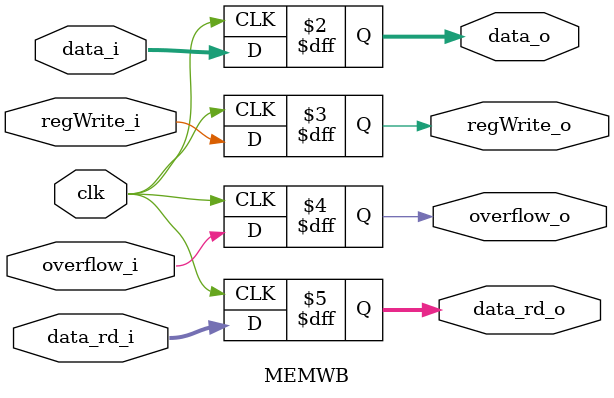
<source format=sv>
module MEMWB(
	input clk,
	input [7:0] data_i,
	input regWrite_i,
	input overflow_i,
	input [2:0] data_rd_i,
	output reg [7:0] data_o,
	output reg regWrite_o,
	output reg overflow_o,
	output reg [2:0] data_rd_o
);

always_ff @ (posedge clk) begin
	data_o <= data_i;
	regWrite_o <= regWrite_i;
	overflow_o <= overflow_i;
	data_rd_o <= data_rd_i;
end

endmodule
</source>
